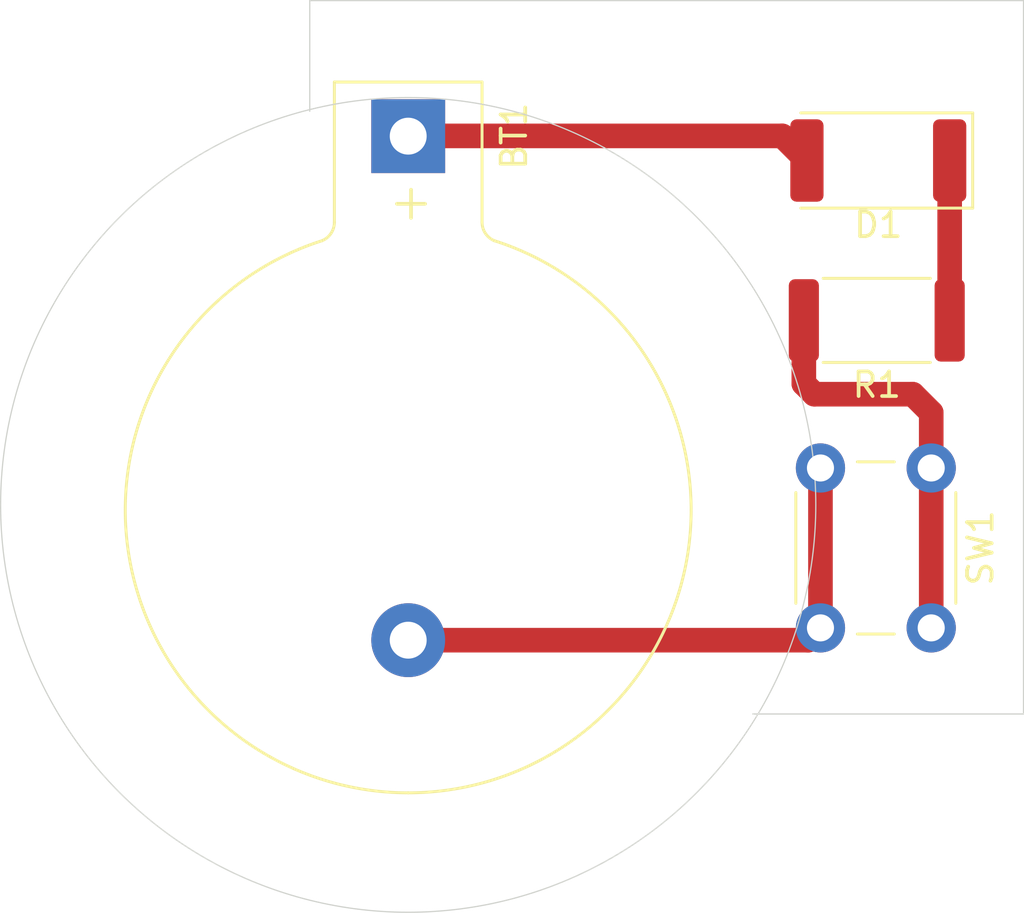
<source format=kicad_pcb>
(kicad_pcb (version 20240108) (generator "pcbnew") (generator_version "8.0")
  (layers (0 "F.Cu" signal) (31 "B.Cu" signal) (34 "B.Paste" user) (35 "F.Paste" user) (36 "B.SilkS" user "B.Silkscreen") (37 "F.SilkS" user "F.Silkscreen") (38 "B.Mask" user) (39 "F.Mask" user) (44 "Edge.Cuts" user))
  (net 0 "")
  (net 1 "Net-(BT1-+)")
  (net 2 "GND")
  (net 3 "Net-(D1-K)")
  (net 4 "Net-(SW1-A)")
  (footprint "Battery:BatteryHolder_Keystone_103_1x20mm" (layer "F.Cu") (at 38 27.51 -90)
    (property "Reference" "BT1" (at 0 -4.3 90) (layer "F.SilkS"))
    (property "Value" "Battery_Cell")
    (fp_line (start -2.2 3) (end 3.5 3) (stroke (width 0.12)) (layer "F.SilkS"))
    (fp_line (start -2.2 3) (end -2.2 -3) (stroke (width 0.12)) (layer "F.SilkS"))
    (fp_line (start -2.2 -3) (end 3.5 -3) (stroke (width 0.12)) (layer "F.SilkS"))
    (fp_arc (start 3.5 3) (mid 3.950694 3.136459) (end 4.25 3.5) (stroke (width 0.12)) (layer "F.SilkS"))
    (fp_arc (start 26.695671 0) (mid 16.971103 11.358466) (end 4.25 3.5) (stroke (width 0.12)) (layer "F.SilkS"))
    (fp_arc (start 4.25 -3.5) (mid 16.971103 -11.358466) (end 26.695671 0) (stroke (width 0.12)) (layer "F.SilkS"))
    (fp_arc (start 4.25 -3.5) (mid 3.950694 -3.136459) (end 3.5 -3) (stroke (width 0.12)) (layer "F.SilkS"))
    (fp_text user "+" (at 2.75 0 90) (layer "F.SilkS") (effects (font (size 1.5 1.5))))
    (pad "1" thru_hole rect (at 0 0 270) (size 3 3) (drill 1.5) (layers "*.Cu" "*.Mask") (net 1 "Net-(BT1-+)"))
    (pad "2" thru_hole circle (at 20.49 0 270) (size 3 3) (drill 1.5) (layers "*.Cu" "*.Mask") (net 2 "GND"))
  )
  (footprint "Resistor_SMD:R_2512_6332Metric" (layer "F.Cu") (at 57.0375 35 180)
    (property "Reference" "R1" (at 0 -2.62 360) (layer "F.SilkS"))
    (property "Value" "R_US")
    (fp_line (start -2.177064 1.71) (end 2.177064 1.71) (stroke (width 0.12)) (layer "F.SilkS"))
    (fp_line (start -2.177064 -1.71) (end 2.177064 -1.71) (stroke (width 0.12)) (layer "F.SilkS"))
    (pad "1" smd roundrect (at -2.9625 0 180) (size 1.225 3.35) (layers "F.Cu" "F.Paste" "F.Mask") (roundrect_rratio 0.204082) (net 3 "Net-(D1-K)"))
    (pad "2" smd roundrect (at 2.9625 0 180) (size 1.225 3.35) (layers "F.Cu" "F.Paste" "F.Mask") (roundrect_rratio 0.204082) (net 4 "Net-(SW1-A)"))
  )
  (footprint "Button_Switch_THT:SW_PUSH_6mm" (layer "F.Cu") (at 59.25 41 -90)
    (property "Reference" "SW1" (at 3.25 -2 90) (layer "F.SilkS"))
    (property "Value" "SW_SPST")
    (fp_line (start 1 5.5) (end 5.5 5.5) (stroke (width 0.12)) (layer "F.SilkS"))
    (fp_line (start 6.75 3) (end 6.75 1.5) (stroke (width 0.12)) (layer "F.SilkS"))
    (fp_line (start -0.25 1.5) (end -0.25 3) (stroke (width 0.12)) (layer "F.SilkS"))
    (fp_line (start 5.5 -1) (end 1 -1) (stroke (width 0.12)) (layer "F.SilkS"))
    (pad "1" thru_hole circle (at 0 0) (size 2 2) (drill 1.1) (layers "*.Cu" "*.Mask") (net 4 "Net-(SW1-A)"))
    (pad "1" thru_hole circle (at 6.5 0) (size 2 2) (drill 1.1) (layers "*.Cu" "*.Mask") (net 4 "Net-(SW1-A)"))
    (pad "2" thru_hole circle (at 0 4.5) (size 2 2) (drill 1.1) (layers "*.Cu" "*.Mask") (net 2 "GND"))
    (pad "2" thru_hole circle (at 6.5 4.5) (size 2 2) (drill 1.1) (layers "*.Cu" "*.Mask") (net 2 "GND"))
  )
  (footprint "LED_SMD:LED_2512_6332Metric" (layer "F.Cu") (at 57.1 28.5 180)
    (property "Reference" "D1" (at 0 -2.62 360) (layer "F.SilkS"))
    (property "Value" "LED")
    (fp_line (start 3.15 -1.935) (end -3.835 -1.935) (stroke (width 0.12)) (layer "F.SilkS"))
    (fp_line (start -3.835 1.935) (end 3.15 1.935) (stroke (width 0.12)) (layer "F.SilkS"))
    (fp_line (start -3.835 -1.935) (end -3.835 1.935) (stroke (width 0.12)) (layer "F.SilkS"))
    (pad "1" smd roundrect (at -2.9 0 180) (size 1.35 3.35) (layers "F.Cu" "F.Paste" "F.Mask") (roundrect_rratio 0.185185) (net 3 "Net-(D1-K)"))
    (pad "2" smd roundrect (at 2.9 0 180) (size 1.35 3.35) (layers "F.Cu" "F.Paste" "F.Mask") (roundrect_rratio 0.185185) (net 1 "Net-(BT1-+)"))
  )
  (gr_line (start 34 26.5) (end 34 22) (stroke (width 0.05)) (layer "Edge.Cuts"))
  (gr_circle (center 38 42.5) (end 52.5 34.5) (stroke (width 0.05)) (fill none) (layer "Edge.Cuts"))
  (gr_line (start 63 51) (end 52 51) (stroke (width 0.05)) (layer "Edge.Cuts"))
  (gr_line (start 34 22) (end 63 22) (stroke (width 0.05)) (layer "Edge.Cuts"))
  (gr_line (start 63 22) (end 63 51) (stroke (width 0.05)) (layer "Edge.Cuts"))
  (segment (start 53.2 27.5) (end 54.2 28.5) (width 1) (layer "F.Cu") (net 1))
  (segment (start 38 27.5) (end 53.2 27.5) (width 1) (layer "F.Cu") (net 1))
  (segment (start 54.25 48) (end 54.75 47.5) (width 1) (layer "F.Cu") (net 2))
  (segment (start 38 48) (end 54.25 48) (width 1) (layer "F.Cu") (net 2))
  (segment (start 54.75 47.5) (end 54.75 41) (width 1) (layer "F.Cu") (net 2))
  (segment (start 60 28.5) (end 60 35) (width 1) (layer "F.Cu") (net 3))
  (segment (start 59.25 47.5) (end 59.25 41) (width 1) (layer "F.Cu") (net 4))
  (segment (start 54.075 35) (end 54.075 37.575) (width 1) (layer "F.Cu") (net 4))
  (segment (start 58.5 38) (end 59.25 38.75) (width 1) (layer "F.Cu") (net 4))
  (segment (start 54.075 37.575) (end 54.5 38) (width 1) (layer "F.Cu") (net 4))
  (segment (start 59.25 38.75) (end 59.25 41) (width 1) (layer "F.Cu") (net 4))
  (segment (start 54.5 38) (end 58.5 38) (width 1) (layer "F.Cu") (net 4))
)
</source>
